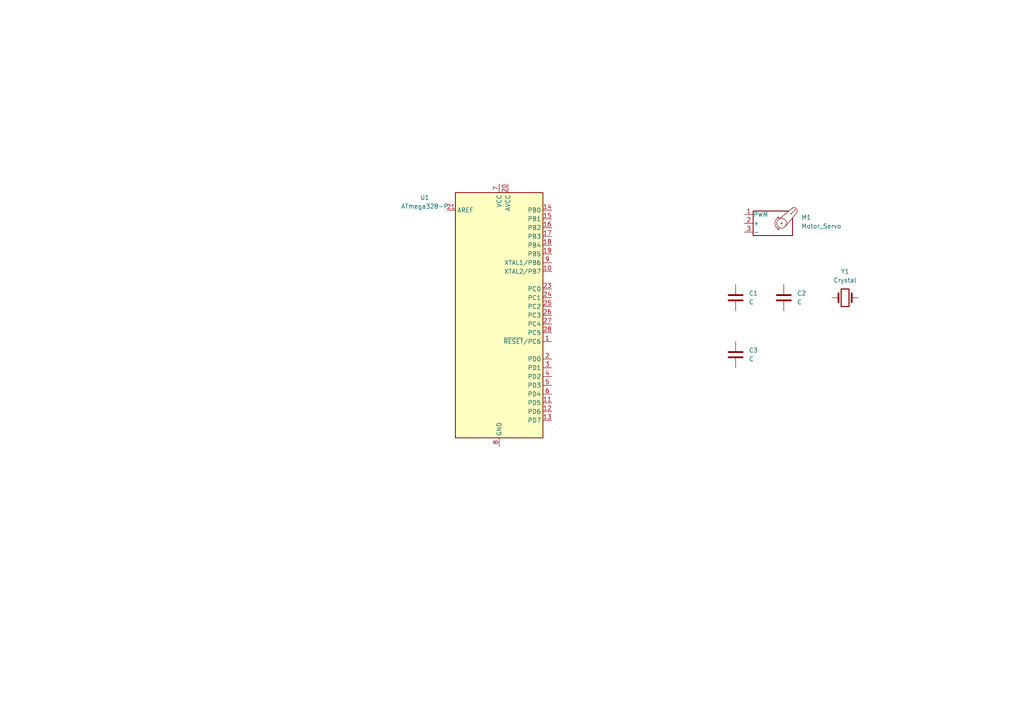
<source format=kicad_sch>
(kicad_sch (version 20230121) (generator eeschema)
  (paper "A4")
  (lib_symbols
    (symbol "Device:C" (pin_numbers hide) (pin_names (offset 0.254))
      (property "Reference" "C" (at 0.635 2.54 0))
      (property "Value" "C" (at 0.635 -2.54 0))
      (symbol "C_0_1"
        (polyline (pts (xy -2.032 -0.762) (xy 2.032 -0.762)) (stroke (width 0.508)))
        (polyline (pts (xy -2.032 0.762) (xy 2.032 0.762)) (stroke (width 0.508)))
      )
      (symbol "C_1_1"
        (pin passive line (at 0 3.81 270) (length 2.794) (name "~") (number "1"))
        (pin passive line (at 0 -3.81 90) (length 2.794) (name "~") (number "2"))
      )
    )
    (symbol "Device:Crystal" (pin_numbers hide) (pin_names (offset 1.016) hide)
      (property "Reference" "Y" (at 0 3.81 0))
      (property "Value" "Crystal" (at 0 -3.81 0))
      (symbol "Crystal_0_1"
        (rectangle (start -1.143 2.54) (end 1.143 -2.54) (stroke (width 0.3048)))
        (polyline (pts (xy -2.54 0) (xy -1.905 0)))
        (polyline (pts (xy -1.905 -1.27) (xy -1.905 1.27)) (stroke (width 0.508)))
        (polyline (pts (xy 1.905 -1.27) (xy 1.905 1.27)) (stroke (width 0.508)))
        (polyline (pts (xy 2.54 0) (xy 1.905 0)))
      )
      (symbol "Crystal_1_1"
        (pin passive line (at -3.81 0 0) (length 1.27) (name "1") (number "1"))
        (pin passive line (at 3.81 0 180) (length 1.27) (name "2") (number "2"))
      )
    )
    (symbol "MCU_Microchip_ATmega:ATmega328-P"
      (property "Reference" "U" (at -12.7 36.83 0))
      (property "Value" "ATmega328-P" (at 2.54 -36.83 0))
      (symbol "ATmega328-P_0_1"
        (rectangle (start -12.7 -35.56) (end 12.7 35.56) (stroke (width 0.254)) (fill (type background)))
      )
      (symbol "ATmega328-P_1_1"
        (pin bidirectional line (at 15.24 -7.62 180) (length 2.54) (name "~{RESET}/PC6") (number "1"))
        (pin bidirectional line (at 15.24 12.7 180) (length 2.54) (name "XTAL2/PB7") (number "10"))
        (pin bidirectional line (at 15.24 -25.4 180) (length 2.54) (name "PD5") (number "11"))
        (pin bidirectional line (at 15.24 -27.94 180) (length 2.54) (name "PD6") (number "12"))
        (pin bidirectional line (at 15.24 -30.48 180) (length 2.54) (name "PD7") (number "13"))
        (pin bidirectional line (at 15.24 30.48 180) (length 2.54) (name "PB0") (number "14"))
        (pin bidirectional line (at 15.24 27.94 180) (length 2.54) (name "PB1") (number "15"))
        (pin bidirectional line (at 15.24 25.4 180) (length 2.54) (name "PB2") (number "16"))
        (pin bidirectional line (at 15.24 22.86 180) (length 2.54) (name "PB3") (number "17"))
        (pin bidirectional line (at 15.24 20.32 180) (length 2.54) (name "PB4") (number "18"))
        (pin bidirectional line (at 15.24 17.78 180) (length 2.54) (name "PB5") (number "19"))
        (pin bidirectional line (at 15.24 -12.7 180) (length 2.54) (name "PD0") (number "2"))
        (pin power_in line (at 2.54 38.1 270) (length 2.54) (name "AVCC") (number "20"))
        (pin passive line (at -15.24 30.48 0) (length 2.54) (name "AREF") (number "21"))
        (pin passive line (at 0 -38.1 90) (length 2.54) hide (name "GND") (number "22"))
        (pin bidirectional line (at 15.24 7.62 180) (length 2.54) (name "PC0") (number "23"))
        (pin bidirectional line (at 15.24 5.08 180) (length 2.54) (name "PC1") (number "24"))
        (pin bidirectional line (at 15.24 2.54 180) (length 2.54) (name "PC2") (number "25"))
        (pin bidirectional line (at 15.24 0 180) (length 2.54) (name "PC3") (number "26"))
        (pin bidirectional line (at 15.24 -2.54 180) (length 2.54) (name "PC4") (number "27"))
        (pin bidirectional line (at 15.24 -5.08 180) (length 2.54) (name "PC5") (number "28"))
        (pin bidirectional line (at 15.24 -15.24 180) (length 2.54) (name "PD1") (number "3"))
        (pin bidirectional line (at 15.24 -17.78 180) (length 2.54) (name "PD2") (number "4"))
        (pin bidirectional line (at 15.24 -20.32 180) (length 2.54) (name "PD3") (number "5"))
        (pin bidirectional line (at 15.24 -22.86 180) (length 2.54) (name "PD4") (number "6"))
        (pin power_in line (at 0 38.1 270) (length 2.54) (name "VCC") (number "7"))
        (pin power_in line (at 0 -38.1 90) (length 2.54) (name "GND") (number "8"))
        (pin bidirectional line (at 15.24 15.24 180) (length 2.54) (name "XTAL1/PB6") (number "9"))
      )
    )
    (symbol "Motor:Motor_Servo" (pin_names (offset 0.0254))
      (property "Reference" "M" (at -5.08 4.445 0))
      (property "Value" "Motor_Servo" (at -5.08 -4.064 0))
      (symbol "Motor_Servo_0_1"
        (polyline (pts (xy 2.413 -1.778) (xy 2.032 -1.778)))
        (polyline (pts (xy 2.413 -1.778) (xy 2.286 -1.397)))
        (polyline (pts (xy 2.413 1.778) (xy 1.905 1.778)))
        (polyline (pts (xy 2.413 1.778) (xy 2.286 1.397)))
        (polyline (pts (xy 6.35 4.445) (xy 2.54 1.27)))
        (polyline (pts (xy 7.62 3.175) (xy 4.191 -1.016)))
        (polyline (pts (xy 5.08 3.556) (xy -5.08 3.556) (xy -5.08 -3.556) (xy 6.35 -3.556) (xy 6.35 1.524)) (stroke (width 0.254)))
        (arc (start 2.413 1.778) (mid 1.2406 0) (end 2.413 -1.778))
        (circle (center 3.175 0) (radius 0.1778))
        (circle (center 3.175 0) (radius 1.4224))
        (circle (center 5.969 2.794) (radius 0.127))
        (circle (center 6.477 3.302) (radius 0.127))
        (circle (center 6.985 3.81) (radius 0.127))
        (arc (start 7.62 3.175) (mid 7.4485 4.2735) (end 6.35 4.445))
      )
      (symbol "Motor_Servo_1_1"
        (pin passive line (at -7.62 2.54 0) (length 2.54) (name "PWM") (number "1"))
        (pin passive line (at -7.62 0 0) (length 2.54) (name "+") (number "2"))
        (pin passive line (at -7.62 -2.54 0) (length 2.54) (name "-") (number "3"))
      )
    )
  )
  (symbol (lib_id "MCU_Microchip_ATmega:ATmega328-P") (at 144.78 91.44 0) (unit 1)
    (property "Reference" "U1" (at 123.19 57.3121 0))
    (property "Value" "ATmega328-P" (at 123.19 59.8521 0))
    (property "Footprint" "Package_DIP:DIP-28_W7.62mm" (effects hide))
    (property "Datasheet" "http://ww1.microchip.com/downloads/en/DeviceDoc/ATmega328_P%20AVR%20MCU%20with%20picoPower%20Technology%20Data%20Sheet%2040001984A.pdf" (effects hide))
  )
  (symbol (lib_id "Device:C") (at 213.36 86.36 0) (unit 1)
    (property "Reference" "C1" (at 217.17 85.09 0) (effects (justify left)))
    (property "Value" "C" (at 217.17 87.63 0) (effects (justify left)))
  )
  (symbol (lib_id "Device:C") (at 227.33 86.36 0) (unit 1)
    (property "Reference" "C2" (at 231.14 85.09 0) (effects (justify left)))
    (property "Value" "C" (at 231.14 87.63 0) (effects (justify left)))
  )
  (symbol (lib_id "Motor:Motor_Servo") (at 223.52 64.77 0) (unit 1)
    (property "Reference" "M1" (at 232.41 63.0666 0) (effects (justify left)))
    (property "Value" "Motor_Servo" (at 232.41 65.6066 0) (effects (justify left)))
    (property "Datasheet" "http://forums.parallax.com/uploads/attachments/46831/74481.png" (effects hide))
  )
  (symbol (lib_id "Device:C") (at 213.36 102.87 0) (unit 1)
    (property "Reference" "C3" (at 217.17 101.6 0) (effects (justify left)))
    (property "Value" "C" (at 217.17 104.14 0) (effects (justify left)))
  )
  (symbol (lib_id "Device:Crystal") (at 245.11 86.36 0) (unit 1)
    (property "Reference" "Y1" (at 245.11 78.74 0))
    (property "Value" "Crystal" (at 245.11 81.28 0))
  )
)
</source>
